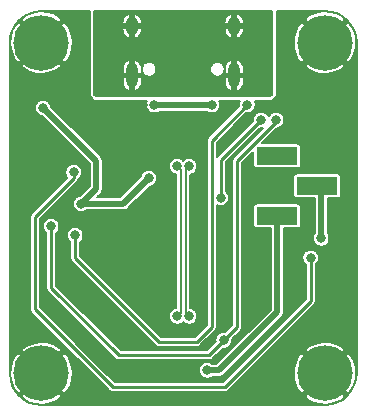
<source format=gbr>
G04 #@! TF.GenerationSoftware,KiCad,Pcbnew,(5.1.5)-3*
G04 #@! TF.CreationDate,2020-04-27T23:25:01+02:00*
G04 #@! TF.ProjectId,unified-usb-pcb_batt,756e6966-6965-4642-9d75-73622d706362,rev?*
G04 #@! TF.SameCoordinates,Original*
G04 #@! TF.FileFunction,Copper,L2,Bot*
G04 #@! TF.FilePolarity,Positive*
%FSLAX46Y46*%
G04 Gerber Fmt 4.6, Leading zero omitted, Abs format (unit mm)*
G04 Created by KiCad (PCBNEW (5.1.5)-3) date 2020-04-27 23:25:01*
%MOMM*%
%LPD*%
G04 APERTURE LIST*
%ADD10O,1.000000X2.100000*%
%ADD11O,1.000000X1.600000*%
%ADD12C,4.700000*%
%ADD13R,3.500000X1.500000*%
%ADD14C,0.800000*%
%ADD15C,0.254000*%
%ADD16C,0.508000*%
%ADD17C,0.190500*%
G04 APERTURE END LIST*
D10*
X26439400Y-25068000D03*
X35079400Y-25068000D03*
D11*
X35079400Y-20888000D03*
X26439400Y-20888000D03*
D12*
X42759400Y-50288000D03*
X18759400Y-50288000D03*
X42759400Y-22288000D03*
X18759400Y-22288000D03*
D13*
X38711400Y-36957000D03*
X42111400Y-34417000D03*
X38711400Y-31877000D03*
D14*
X17932400Y-33020000D03*
X18948400Y-33020000D03*
X19964400Y-33020000D03*
X19964400Y-34290000D03*
X17932400Y-34290000D03*
X18948400Y-34290000D03*
X27319332Y-27558673D03*
X34199111Y-27548412D03*
X24663400Y-45847000D03*
X29108400Y-40513000D03*
X29108400Y-43307000D03*
X32156400Y-40513000D03*
X32156400Y-43307000D03*
X31902400Y-33909000D03*
X29489400Y-33909000D03*
X37363400Y-39243000D03*
X44221400Y-38989000D03*
X44221400Y-44450000D03*
X30695900Y-52197000D03*
X17043400Y-44323000D03*
X17043400Y-39497000D03*
X37871400Y-33528000D03*
X27330400Y-28702000D03*
X35077400Y-27559000D03*
X26314400Y-40513000D03*
X26314400Y-43307000D03*
X21234400Y-42291000D03*
X22504400Y-24955500D03*
X32791396Y-50038000D03*
X37363400Y-28829000D03*
X22123400Y-35941000D03*
X27838400Y-33782000D03*
X33934386Y-35433000D03*
X18884900Y-27813000D03*
X33209400Y-27588000D03*
X28309400Y-27588000D03*
X31261000Y-32766000D03*
X31261000Y-45466000D03*
X30257800Y-32766000D03*
X30257800Y-45466000D03*
X29997400Y-23241000D03*
X23583900Y-23876000D03*
X38633400Y-28829000D03*
X19583400Y-37846000D03*
X34188400Y-47497988D03*
X41554400Y-40513000D03*
X21488400Y-33274000D03*
X21615400Y-38608000D03*
X36195006Y-27559000D03*
X42443400Y-38862000D03*
D15*
X34199111Y-27548412D02*
X34199111Y-27515809D01*
D16*
X33807400Y-50038000D02*
X32791396Y-50038000D01*
X38711400Y-45134000D02*
X33807400Y-50038000D01*
X38711400Y-36957000D02*
X38711400Y-45134000D01*
X25679400Y-35941000D02*
X22123400Y-35941000D01*
X27838400Y-33782000D02*
X25679400Y-35941000D01*
D15*
X33934386Y-32258014D02*
X33934386Y-35433000D01*
X37363400Y-28829000D02*
X33934386Y-32258014D01*
D16*
X23393400Y-34671000D02*
X23393400Y-32321500D01*
X23393400Y-32321500D02*
X18884900Y-27813000D01*
X22123400Y-35941000D02*
X23393400Y-34671000D01*
X28309400Y-27588000D02*
X33209400Y-27588000D01*
D17*
X30956250Y-45161250D02*
X31261000Y-45466000D01*
X30956250Y-33070750D02*
X30956250Y-45161250D01*
X31261000Y-32766000D02*
X30956250Y-33070750D01*
X30562550Y-33070750D02*
X30562550Y-45161250D01*
X30257800Y-32766000D02*
X30562550Y-33070750D01*
X30562550Y-45161250D02*
X30257800Y-45466000D01*
D15*
X25298400Y-48768000D02*
X32918388Y-48768000D01*
X32918388Y-48768000D02*
X34188400Y-47497988D01*
X19583400Y-37846000D02*
X19583400Y-43053000D01*
X19583400Y-43053000D02*
X25298400Y-48768000D01*
X35331400Y-46354988D02*
X34188400Y-47497988D01*
X35331400Y-32285813D02*
X35331400Y-46354988D01*
X38633400Y-28829000D02*
X38633400Y-28983813D01*
X38633400Y-28983813D02*
X35331400Y-32285813D01*
X18186400Y-37084000D02*
X21488400Y-33782000D01*
X21488400Y-33782000D02*
X21488400Y-33274000D01*
X24790400Y-51435000D02*
X18186400Y-44831000D01*
X41554400Y-40513000D02*
X41554400Y-44196000D01*
X41554400Y-44196000D02*
X34315400Y-51435000D01*
X34315400Y-51435000D02*
X24790400Y-51435000D01*
X18186400Y-44831000D02*
X18186400Y-37084000D01*
X21615400Y-40513000D02*
X28727400Y-47625000D01*
X28727400Y-47625000D02*
X31902400Y-47625000D01*
X33172400Y-30581606D02*
X36195006Y-27559000D01*
X31902400Y-47625000D02*
X33172400Y-46355000D01*
X21615400Y-38608000D02*
X21615400Y-40513000D01*
X33172400Y-46355000D02*
X33172400Y-30581606D01*
D16*
X42111400Y-34417000D02*
X42570400Y-34876000D01*
X42111400Y-34417000D02*
X42443400Y-34749000D01*
X42443400Y-34749000D02*
X42443400Y-38862000D01*
D17*
G36*
X22840950Y-26720800D02*
G01*
X22846685Y-26779025D01*
X22863668Y-26835012D01*
X22891248Y-26886610D01*
X22928364Y-26931836D01*
X23131564Y-27135036D01*
X23176790Y-27172152D01*
X23228388Y-27199732D01*
X23284375Y-27216715D01*
X23342600Y-27222450D01*
X27713633Y-27222450D01*
X27690441Y-27257160D01*
X27637791Y-27384270D01*
X27610950Y-27519209D01*
X27610950Y-27656791D01*
X27637791Y-27791730D01*
X27690441Y-27918840D01*
X27766878Y-28033236D01*
X27864164Y-28130522D01*
X27978560Y-28206959D01*
X28105670Y-28259609D01*
X28240609Y-28286450D01*
X28378191Y-28286450D01*
X28513130Y-28259609D01*
X28640240Y-28206959D01*
X28739778Y-28140450D01*
X32779022Y-28140450D01*
X32878560Y-28206959D01*
X33005670Y-28259609D01*
X33140609Y-28286450D01*
X33278191Y-28286450D01*
X33413130Y-28259609D01*
X33540240Y-28206959D01*
X33654636Y-28130522D01*
X33751922Y-28033236D01*
X33828359Y-27918840D01*
X33881009Y-27791730D01*
X33907850Y-27656791D01*
X33907850Y-27519209D01*
X33881009Y-27384270D01*
X33828359Y-27257160D01*
X33805167Y-27222450D01*
X35579862Y-27222450D01*
X35576047Y-27228160D01*
X35523397Y-27355270D01*
X35496556Y-27490209D01*
X35496556Y-27627791D01*
X35501198Y-27651130D01*
X32886340Y-30265990D01*
X32870107Y-30279312D01*
X32856786Y-30295544D01*
X32816940Y-30344096D01*
X32777435Y-30418006D01*
X32753107Y-30498204D01*
X32744892Y-30581606D01*
X32746951Y-30602510D01*
X32746950Y-46178772D01*
X31726174Y-47199550D01*
X28903627Y-47199550D01*
X22040850Y-40336774D01*
X22040850Y-39163743D01*
X22060636Y-39150522D01*
X22157922Y-39053236D01*
X22234359Y-38938840D01*
X22287009Y-38811730D01*
X22313850Y-38676791D01*
X22313850Y-38539209D01*
X22287009Y-38404270D01*
X22234359Y-38277160D01*
X22157922Y-38162764D01*
X22060636Y-38065478D01*
X21946240Y-37989041D01*
X21819130Y-37936391D01*
X21684191Y-37909550D01*
X21546609Y-37909550D01*
X21411670Y-37936391D01*
X21284560Y-37989041D01*
X21170164Y-38065478D01*
X21072878Y-38162764D01*
X20996441Y-38277160D01*
X20943791Y-38404270D01*
X20916950Y-38539209D01*
X20916950Y-38676791D01*
X20943791Y-38811730D01*
X20996441Y-38938840D01*
X21072878Y-39053236D01*
X21170164Y-39150522D01*
X21189950Y-39163743D01*
X21189951Y-40492096D01*
X21187892Y-40513000D01*
X21194668Y-40581791D01*
X21196107Y-40596403D01*
X21220435Y-40676600D01*
X21259941Y-40750511D01*
X21313107Y-40815294D01*
X21329340Y-40828616D01*
X28411784Y-47911061D01*
X28425106Y-47927294D01*
X28489889Y-47980460D01*
X28563800Y-48019966D01*
X28643997Y-48044294D01*
X28706504Y-48050450D01*
X28706506Y-48050450D01*
X28727400Y-48052508D01*
X28748294Y-48050450D01*
X31881506Y-48050450D01*
X31902400Y-48052508D01*
X31923294Y-48050450D01*
X31923296Y-48050450D01*
X31985803Y-48044294D01*
X32066000Y-48019966D01*
X32139911Y-47980460D01*
X32204694Y-47927294D01*
X32218021Y-47911055D01*
X33458467Y-46670611D01*
X33474694Y-46657294D01*
X33488025Y-46641051D01*
X33527860Y-46592511D01*
X33567365Y-46518601D01*
X33567366Y-46518600D01*
X33591694Y-46438403D01*
X33597850Y-46375896D01*
X33597850Y-46375895D01*
X33599908Y-46355001D01*
X33597850Y-46334107D01*
X33597850Y-36048153D01*
X33603546Y-36051959D01*
X33730656Y-36104609D01*
X33865595Y-36131450D01*
X34003177Y-36131450D01*
X34138116Y-36104609D01*
X34265226Y-36051959D01*
X34379622Y-35975522D01*
X34476908Y-35878236D01*
X34553345Y-35763840D01*
X34605995Y-35636730D01*
X34632836Y-35501791D01*
X34632836Y-35364209D01*
X34605995Y-35229270D01*
X34553345Y-35102160D01*
X34476908Y-34987764D01*
X34379622Y-34890478D01*
X34359836Y-34877257D01*
X34359836Y-32434240D01*
X37271269Y-29522807D01*
X37294609Y-29527450D01*
X37432191Y-29527450D01*
X37501964Y-29513571D01*
X35045345Y-31970192D01*
X35029106Y-31983519D01*
X34975940Y-32048303D01*
X34936434Y-32122214D01*
X34912106Y-32202411D01*
X34908688Y-32237118D01*
X34903892Y-32285813D01*
X34905950Y-32306707D01*
X34905951Y-46178760D01*
X34280531Y-46804181D01*
X34257191Y-46799538D01*
X34119609Y-46799538D01*
X33984670Y-46826379D01*
X33857560Y-46879029D01*
X33743164Y-46955466D01*
X33645878Y-47052752D01*
X33569441Y-47167148D01*
X33516791Y-47294258D01*
X33489950Y-47429197D01*
X33489950Y-47566779D01*
X33494592Y-47590118D01*
X32742162Y-48342550D01*
X25474627Y-48342550D01*
X20008850Y-42876774D01*
X20008850Y-38401743D01*
X20028636Y-38388522D01*
X20125922Y-38291236D01*
X20202359Y-38176840D01*
X20255009Y-38049730D01*
X20281850Y-37914791D01*
X20281850Y-37777209D01*
X20255009Y-37642270D01*
X20202359Y-37515160D01*
X20125922Y-37400764D01*
X20028636Y-37303478D01*
X19914240Y-37227041D01*
X19787130Y-37174391D01*
X19652191Y-37147550D01*
X19514609Y-37147550D01*
X19379670Y-37174391D01*
X19252560Y-37227041D01*
X19138164Y-37303478D01*
X19040878Y-37400764D01*
X18964441Y-37515160D01*
X18911791Y-37642270D01*
X18884950Y-37777209D01*
X18884950Y-37914791D01*
X18911791Y-38049730D01*
X18964441Y-38176840D01*
X19040878Y-38291236D01*
X19138164Y-38388522D01*
X19157950Y-38401743D01*
X19157951Y-43032096D01*
X19155892Y-43053000D01*
X19163407Y-43129300D01*
X19164107Y-43136403D01*
X19188435Y-43216600D01*
X19227941Y-43290511D01*
X19281107Y-43355294D01*
X19297340Y-43368616D01*
X24982784Y-49054061D01*
X24996106Y-49070294D01*
X25060889Y-49123460D01*
X25134799Y-49162966D01*
X25214997Y-49187294D01*
X25298400Y-49195508D01*
X25319296Y-49193450D01*
X32897494Y-49193450D01*
X32918388Y-49195508D01*
X32939282Y-49193450D01*
X32939284Y-49193450D01*
X33001791Y-49187294D01*
X33081988Y-49162966D01*
X33155899Y-49123460D01*
X33220682Y-49070294D01*
X33234009Y-49054055D01*
X34096270Y-48191796D01*
X34119609Y-48196438D01*
X34257191Y-48196438D01*
X34392130Y-48169597D01*
X34519240Y-48116947D01*
X34633636Y-48040510D01*
X34730922Y-47943224D01*
X34807359Y-47828828D01*
X34860009Y-47701718D01*
X34886850Y-47566779D01*
X34886850Y-47429197D01*
X34882207Y-47405857D01*
X35617460Y-46670605D01*
X35633694Y-46657282D01*
X35686860Y-46592499D01*
X35726366Y-46518588D01*
X35750694Y-46438391D01*
X35756850Y-46375884D01*
X35756850Y-46375883D01*
X35758908Y-46354989D01*
X35756850Y-46334095D01*
X35756850Y-33667000D01*
X40061506Y-33667000D01*
X40061506Y-35167000D01*
X40067268Y-35225506D01*
X40084334Y-35281764D01*
X40112047Y-35333612D01*
X40149343Y-35379057D01*
X40194788Y-35416353D01*
X40246636Y-35444066D01*
X40302894Y-35461132D01*
X40361400Y-35466894D01*
X41890950Y-35466894D01*
X41890951Y-38431621D01*
X41824441Y-38531160D01*
X41771791Y-38658270D01*
X41744950Y-38793209D01*
X41744950Y-38930791D01*
X41771791Y-39065730D01*
X41824441Y-39192840D01*
X41900878Y-39307236D01*
X41998164Y-39404522D01*
X42112560Y-39480959D01*
X42239670Y-39533609D01*
X42374609Y-39560450D01*
X42512191Y-39560450D01*
X42647130Y-39533609D01*
X42774240Y-39480959D01*
X42888636Y-39404522D01*
X42985922Y-39307236D01*
X43062359Y-39192840D01*
X43115009Y-39065730D01*
X43141850Y-38930791D01*
X43141850Y-38793209D01*
X43115009Y-38658270D01*
X43062359Y-38531160D01*
X42995850Y-38431622D01*
X42995850Y-35466894D01*
X43861400Y-35466894D01*
X43919906Y-35461132D01*
X43976164Y-35444066D01*
X44028012Y-35416353D01*
X44073457Y-35379057D01*
X44110753Y-35333612D01*
X44138466Y-35281764D01*
X44155532Y-35225506D01*
X44161294Y-35167000D01*
X44161294Y-33667000D01*
X44155532Y-33608494D01*
X44138466Y-33552236D01*
X44110753Y-33500388D01*
X44073457Y-33454943D01*
X44028012Y-33417647D01*
X43976164Y-33389934D01*
X43919906Y-33372868D01*
X43861400Y-33367106D01*
X40361400Y-33367106D01*
X40302894Y-33372868D01*
X40246636Y-33389934D01*
X40194788Y-33417647D01*
X40149343Y-33454943D01*
X40112047Y-33500388D01*
X40084334Y-33552236D01*
X40067268Y-33608494D01*
X40061506Y-33667000D01*
X35756850Y-33667000D01*
X35756850Y-32462039D01*
X36661506Y-31557384D01*
X36661506Y-32627000D01*
X36667268Y-32685506D01*
X36684334Y-32741764D01*
X36712047Y-32793612D01*
X36749343Y-32839057D01*
X36794788Y-32876353D01*
X36846636Y-32904066D01*
X36902894Y-32921132D01*
X36961400Y-32926894D01*
X40461400Y-32926894D01*
X40519906Y-32921132D01*
X40576164Y-32904066D01*
X40628012Y-32876353D01*
X40673457Y-32839057D01*
X40710753Y-32793612D01*
X40738466Y-32741764D01*
X40755532Y-32685506D01*
X40761294Y-32627000D01*
X40761294Y-31127000D01*
X40755532Y-31068494D01*
X40738466Y-31012236D01*
X40710753Y-30960388D01*
X40673457Y-30914943D01*
X40628012Y-30877647D01*
X40576164Y-30849934D01*
X40519906Y-30832868D01*
X40461400Y-30827106D01*
X37391784Y-30827106D01*
X38691441Y-29527450D01*
X38702191Y-29527450D01*
X38837130Y-29500609D01*
X38964240Y-29447959D01*
X39078636Y-29371522D01*
X39175922Y-29274236D01*
X39252359Y-29159840D01*
X39305009Y-29032730D01*
X39331850Y-28897791D01*
X39331850Y-28760209D01*
X39305009Y-28625270D01*
X39252359Y-28498160D01*
X39175922Y-28383764D01*
X39078636Y-28286478D01*
X38964240Y-28210041D01*
X38837130Y-28157391D01*
X38702191Y-28130550D01*
X38564609Y-28130550D01*
X38429670Y-28157391D01*
X38302560Y-28210041D01*
X38188164Y-28286478D01*
X38090878Y-28383764D01*
X38014441Y-28498160D01*
X37998400Y-28536887D01*
X37982359Y-28498160D01*
X37905922Y-28383764D01*
X37808636Y-28286478D01*
X37694240Y-28210041D01*
X37567130Y-28157391D01*
X37432191Y-28130550D01*
X37294609Y-28130550D01*
X37159670Y-28157391D01*
X37032560Y-28210041D01*
X36918164Y-28286478D01*
X36820878Y-28383764D01*
X36744441Y-28498160D01*
X36691791Y-28625270D01*
X36664950Y-28760209D01*
X36664950Y-28897791D01*
X36669593Y-28921131D01*
X33648331Y-31942393D01*
X33632092Y-31955720D01*
X33597850Y-31997445D01*
X33597850Y-30757832D01*
X36102876Y-28252808D01*
X36126215Y-28257450D01*
X36263797Y-28257450D01*
X36398736Y-28230609D01*
X36525846Y-28177959D01*
X36640242Y-28101522D01*
X36737528Y-28004236D01*
X36813965Y-27889840D01*
X36866615Y-27762730D01*
X36893456Y-27627791D01*
X36893456Y-27490209D01*
X36866615Y-27355270D01*
X36813965Y-27228160D01*
X36810150Y-27222450D01*
X38176200Y-27222450D01*
X38234425Y-27216715D01*
X38290412Y-27199732D01*
X38342010Y-27172152D01*
X38387236Y-27135036D01*
X38590436Y-26931836D01*
X38627552Y-26886610D01*
X38655132Y-26835012D01*
X38672115Y-26779025D01*
X38677850Y-26720800D01*
X38677850Y-24225845D01*
X41046061Y-24225845D01*
X41326365Y-24530486D01*
X41791387Y-24766969D01*
X42293610Y-24908186D01*
X42813733Y-24948711D01*
X43331768Y-24886986D01*
X43827808Y-24725384D01*
X44192435Y-24530486D01*
X44472739Y-24225845D01*
X42759400Y-22512506D01*
X41046061Y-24225845D01*
X38677850Y-24225845D01*
X38677850Y-22342333D01*
X40098689Y-22342333D01*
X40160414Y-22860368D01*
X40322016Y-23356408D01*
X40516914Y-23721035D01*
X40821555Y-24001339D01*
X42534894Y-22288000D01*
X42983906Y-22288000D01*
X44697245Y-24001339D01*
X45001886Y-23721035D01*
X45238369Y-23256013D01*
X45379586Y-22753790D01*
X45420111Y-22233667D01*
X45358386Y-21715632D01*
X45196784Y-21219592D01*
X45001886Y-20854965D01*
X44697245Y-20574661D01*
X42983906Y-22288000D01*
X42534894Y-22288000D01*
X40821555Y-20574661D01*
X40516914Y-20854965D01*
X40280431Y-21319987D01*
X40139214Y-21822210D01*
X40098689Y-22342333D01*
X38677850Y-22342333D01*
X38677850Y-20350155D01*
X41046061Y-20350155D01*
X42759400Y-22063494D01*
X44472739Y-20350155D01*
X44192435Y-20045514D01*
X43727413Y-19809031D01*
X43225190Y-19667814D01*
X42705067Y-19627289D01*
X42187032Y-19689014D01*
X41690992Y-19850616D01*
X41326365Y-20045514D01*
X41046061Y-20350155D01*
X38677850Y-20350155D01*
X38677850Y-19611450D01*
X42743584Y-19611450D01*
X43278976Y-19663946D01*
X43778761Y-19814840D01*
X44239722Y-20059937D01*
X44644298Y-20389901D01*
X44977073Y-20792157D01*
X45225382Y-21251396D01*
X45379763Y-21750119D01*
X45435936Y-22284568D01*
X45435951Y-22288840D01*
X45435950Y-50272184D01*
X45383454Y-50807575D01*
X45232559Y-51307363D01*
X44987462Y-51768325D01*
X44657499Y-52172898D01*
X44255240Y-52505676D01*
X43796004Y-52753982D01*
X43297282Y-52908363D01*
X42762831Y-52964536D01*
X42758847Y-52964550D01*
X18775216Y-52964550D01*
X18239825Y-52912054D01*
X17740037Y-52761159D01*
X17279075Y-52516062D01*
X16923236Y-52225845D01*
X17046061Y-52225845D01*
X17326365Y-52530486D01*
X17791387Y-52766969D01*
X18293610Y-52908186D01*
X18813733Y-52948711D01*
X19331768Y-52886986D01*
X19827808Y-52725384D01*
X20192435Y-52530486D01*
X20472739Y-52225845D01*
X41046061Y-52225845D01*
X41326365Y-52530486D01*
X41791387Y-52766969D01*
X42293610Y-52908186D01*
X42813733Y-52948711D01*
X43331768Y-52886986D01*
X43827808Y-52725384D01*
X44192435Y-52530486D01*
X44472739Y-52225845D01*
X42759400Y-50512506D01*
X41046061Y-52225845D01*
X20472739Y-52225845D01*
X18759400Y-50512506D01*
X17046061Y-52225845D01*
X16923236Y-52225845D01*
X16874502Y-52186099D01*
X16541724Y-51783840D01*
X16293418Y-51324604D01*
X16139037Y-50825882D01*
X16088215Y-50342333D01*
X16098689Y-50342333D01*
X16160414Y-50860368D01*
X16322016Y-51356408D01*
X16516914Y-51721035D01*
X16821555Y-52001339D01*
X18534894Y-50288000D01*
X18983906Y-50288000D01*
X20697245Y-52001339D01*
X21001886Y-51721035D01*
X21238369Y-51256013D01*
X21379586Y-50753790D01*
X21420111Y-50233667D01*
X21358386Y-49715632D01*
X21196784Y-49219592D01*
X21001886Y-48854965D01*
X20697245Y-48574661D01*
X18983906Y-50288000D01*
X18534894Y-50288000D01*
X16821555Y-48574661D01*
X16516914Y-48854965D01*
X16280431Y-49319987D01*
X16139214Y-49822210D01*
X16098689Y-50342333D01*
X16088215Y-50342333D01*
X16082864Y-50291431D01*
X16082850Y-50287447D01*
X16082850Y-48350155D01*
X17046061Y-48350155D01*
X18759400Y-50063494D01*
X20472739Y-48350155D01*
X20192435Y-48045514D01*
X19727413Y-47809031D01*
X19225190Y-47667814D01*
X18705067Y-47627289D01*
X18187032Y-47689014D01*
X17690992Y-47850616D01*
X17326365Y-48045514D01*
X17046061Y-48350155D01*
X16082850Y-48350155D01*
X16082850Y-37084000D01*
X17758892Y-37084000D01*
X17760951Y-37104904D01*
X17760950Y-44810106D01*
X17758892Y-44831000D01*
X17760950Y-44851894D01*
X17760950Y-44851895D01*
X17767106Y-44914402D01*
X17791434Y-44994599D01*
X17830940Y-45068510D01*
X17884106Y-45133294D01*
X17900345Y-45146621D01*
X24474788Y-51721066D01*
X24488106Y-51737294D01*
X24504334Y-51750612D01*
X24504336Y-51750614D01*
X24552888Y-51790460D01*
X24592394Y-51811576D01*
X24626800Y-51829966D01*
X24706997Y-51854294D01*
X24769504Y-51860450D01*
X24769505Y-51860450D01*
X24790399Y-51862508D01*
X24811293Y-51860450D01*
X34294506Y-51860450D01*
X34315400Y-51862508D01*
X34336294Y-51860450D01*
X34336296Y-51860450D01*
X34398803Y-51854294D01*
X34479000Y-51829966D01*
X34552911Y-51790460D01*
X34617694Y-51737294D01*
X34631021Y-51721055D01*
X36009743Y-50342333D01*
X40098689Y-50342333D01*
X40160414Y-50860368D01*
X40322016Y-51356408D01*
X40516914Y-51721035D01*
X40821555Y-52001339D01*
X42534894Y-50288000D01*
X42983906Y-50288000D01*
X44697245Y-52001339D01*
X45001886Y-51721035D01*
X45238369Y-51256013D01*
X45379586Y-50753790D01*
X45420111Y-50233667D01*
X45358386Y-49715632D01*
X45196784Y-49219592D01*
X45001886Y-48854965D01*
X44697245Y-48574661D01*
X42983906Y-50288000D01*
X42534894Y-50288000D01*
X40821555Y-48574661D01*
X40516914Y-48854965D01*
X40280431Y-49319987D01*
X40139214Y-49822210D01*
X40098689Y-50342333D01*
X36009743Y-50342333D01*
X38001921Y-48350155D01*
X41046061Y-48350155D01*
X42759400Y-50063494D01*
X44472739Y-48350155D01*
X44192435Y-48045514D01*
X43727413Y-47809031D01*
X43225190Y-47667814D01*
X42705067Y-47627289D01*
X42187032Y-47689014D01*
X41690992Y-47850616D01*
X41326365Y-48045514D01*
X41046061Y-48350155D01*
X38001921Y-48350155D01*
X41840461Y-44511616D01*
X41856694Y-44498294D01*
X41909860Y-44433511D01*
X41949366Y-44359600D01*
X41973694Y-44279403D01*
X41979850Y-44216896D01*
X41979850Y-44216894D01*
X41981908Y-44196000D01*
X41979850Y-44175106D01*
X41979850Y-41068743D01*
X41999636Y-41055522D01*
X42096922Y-40958236D01*
X42173359Y-40843840D01*
X42226009Y-40716730D01*
X42252850Y-40581791D01*
X42252850Y-40444209D01*
X42226009Y-40309270D01*
X42173359Y-40182160D01*
X42096922Y-40067764D01*
X41999636Y-39970478D01*
X41885240Y-39894041D01*
X41758130Y-39841391D01*
X41623191Y-39814550D01*
X41485609Y-39814550D01*
X41350670Y-39841391D01*
X41223560Y-39894041D01*
X41109164Y-39970478D01*
X41011878Y-40067764D01*
X40935441Y-40182160D01*
X40882791Y-40309270D01*
X40855950Y-40444209D01*
X40855950Y-40581791D01*
X40882791Y-40716730D01*
X40935441Y-40843840D01*
X41011878Y-40958236D01*
X41109164Y-41055522D01*
X41128950Y-41068743D01*
X41128951Y-44019772D01*
X34139174Y-51009550D01*
X24966628Y-51009550D01*
X23926287Y-49969209D01*
X32092946Y-49969209D01*
X32092946Y-50106791D01*
X32119787Y-50241730D01*
X32172437Y-50368840D01*
X32248874Y-50483236D01*
X32346160Y-50580522D01*
X32460556Y-50656959D01*
X32587666Y-50709609D01*
X32722605Y-50736450D01*
X32860187Y-50736450D01*
X32995126Y-50709609D01*
X33122236Y-50656959D01*
X33221774Y-50590450D01*
X33780269Y-50590450D01*
X33807400Y-50593122D01*
X33834531Y-50590450D01*
X33834538Y-50590450D01*
X33915699Y-50582456D01*
X34019836Y-50550867D01*
X34115810Y-50499568D01*
X34199931Y-50430531D01*
X34217236Y-50409445D01*
X39082851Y-45543831D01*
X39103931Y-45526531D01*
X39172968Y-45442410D01*
X39224267Y-45346436D01*
X39254668Y-45246215D01*
X39255856Y-45242300D01*
X39259896Y-45201282D01*
X39263850Y-45161138D01*
X39263850Y-45161132D01*
X39266522Y-45134001D01*
X39263850Y-45106870D01*
X39263850Y-38006894D01*
X40461400Y-38006894D01*
X40519906Y-38001132D01*
X40576164Y-37984066D01*
X40628012Y-37956353D01*
X40673457Y-37919057D01*
X40710753Y-37873612D01*
X40738466Y-37821764D01*
X40755532Y-37765506D01*
X40761294Y-37707000D01*
X40761294Y-36207000D01*
X40755532Y-36148494D01*
X40738466Y-36092236D01*
X40710753Y-36040388D01*
X40673457Y-35994943D01*
X40628012Y-35957647D01*
X40576164Y-35929934D01*
X40519906Y-35912868D01*
X40461400Y-35907106D01*
X36961400Y-35907106D01*
X36902894Y-35912868D01*
X36846636Y-35929934D01*
X36794788Y-35957647D01*
X36749343Y-35994943D01*
X36712047Y-36040388D01*
X36684334Y-36092236D01*
X36667268Y-36148494D01*
X36661506Y-36207000D01*
X36661506Y-37707000D01*
X36667268Y-37765506D01*
X36684334Y-37821764D01*
X36712047Y-37873612D01*
X36749343Y-37919057D01*
X36794788Y-37956353D01*
X36846636Y-37984066D01*
X36902894Y-38001132D01*
X36961400Y-38006894D01*
X38158950Y-38006894D01*
X38158951Y-44905167D01*
X33578569Y-49485550D01*
X33221774Y-49485550D01*
X33122236Y-49419041D01*
X32995126Y-49366391D01*
X32860187Y-49339550D01*
X32722605Y-49339550D01*
X32587666Y-49366391D01*
X32460556Y-49419041D01*
X32346160Y-49495478D01*
X32248874Y-49592764D01*
X32172437Y-49707160D01*
X32119787Y-49834270D01*
X32092946Y-49969209D01*
X23926287Y-49969209D01*
X18611850Y-44654774D01*
X18611850Y-37260226D01*
X21774467Y-34097611D01*
X21790694Y-34084294D01*
X21843860Y-34019511D01*
X21883366Y-33945600D01*
X21907694Y-33865403D01*
X21911020Y-33831634D01*
X21933636Y-33816522D01*
X22030922Y-33719236D01*
X22107359Y-33604840D01*
X22160009Y-33477730D01*
X22186850Y-33342791D01*
X22186850Y-33205209D01*
X22160009Y-33070270D01*
X22107359Y-32943160D01*
X22030922Y-32828764D01*
X21933636Y-32731478D01*
X21819240Y-32655041D01*
X21692130Y-32602391D01*
X21557191Y-32575550D01*
X21419609Y-32575550D01*
X21284670Y-32602391D01*
X21157560Y-32655041D01*
X21043164Y-32731478D01*
X20945878Y-32828764D01*
X20869441Y-32943160D01*
X20816791Y-33070270D01*
X20789950Y-33205209D01*
X20789950Y-33342791D01*
X20816791Y-33477730D01*
X20869441Y-33604840D01*
X20945878Y-33719236D01*
X20947682Y-33721040D01*
X17900340Y-36768384D01*
X17884107Y-36781706D01*
X17870786Y-36797938D01*
X17830940Y-36846490D01*
X17791435Y-36920400D01*
X17767107Y-37000598D01*
X17758892Y-37084000D01*
X16082850Y-37084000D01*
X16082850Y-27744209D01*
X18186450Y-27744209D01*
X18186450Y-27881791D01*
X18213291Y-28016730D01*
X18265941Y-28143840D01*
X18342378Y-28258236D01*
X18439664Y-28355522D01*
X18554060Y-28431959D01*
X18681170Y-28484609D01*
X18798583Y-28507964D01*
X22840951Y-32550333D01*
X22840950Y-34442168D01*
X22037083Y-35246036D01*
X21919670Y-35269391D01*
X21792560Y-35322041D01*
X21678164Y-35398478D01*
X21580878Y-35495764D01*
X21504441Y-35610160D01*
X21451791Y-35737270D01*
X21424950Y-35872209D01*
X21424950Y-36009791D01*
X21451791Y-36144730D01*
X21504441Y-36271840D01*
X21580878Y-36386236D01*
X21678164Y-36483522D01*
X21792560Y-36559959D01*
X21919670Y-36612609D01*
X22054609Y-36639450D01*
X22192191Y-36639450D01*
X22327130Y-36612609D01*
X22454240Y-36559959D01*
X22553778Y-36493450D01*
X25652269Y-36493450D01*
X25679400Y-36496122D01*
X25706531Y-36493450D01*
X25706538Y-36493450D01*
X25787699Y-36485456D01*
X25891836Y-36453867D01*
X25987810Y-36402568D01*
X26071931Y-36333531D01*
X26089236Y-36312445D01*
X27924718Y-34476964D01*
X28042130Y-34453609D01*
X28169240Y-34400959D01*
X28283636Y-34324522D01*
X28380922Y-34227236D01*
X28457359Y-34112840D01*
X28510009Y-33985730D01*
X28536850Y-33850791D01*
X28536850Y-33713209D01*
X28510009Y-33578270D01*
X28457359Y-33451160D01*
X28380922Y-33336764D01*
X28283636Y-33239478D01*
X28169240Y-33163041D01*
X28042130Y-33110391D01*
X27907191Y-33083550D01*
X27769609Y-33083550D01*
X27634670Y-33110391D01*
X27507560Y-33163041D01*
X27393164Y-33239478D01*
X27295878Y-33336764D01*
X27219441Y-33451160D01*
X27166791Y-33578270D01*
X27143436Y-33695682D01*
X25450569Y-35388550D01*
X23457132Y-35388550D01*
X23764850Y-35080832D01*
X23785931Y-35063531D01*
X23854968Y-34979410D01*
X23906267Y-34883436D01*
X23937856Y-34779299D01*
X23945850Y-34698138D01*
X23945850Y-34698132D01*
X23948522Y-34671001D01*
X23945850Y-34643870D01*
X23945850Y-32697209D01*
X29559350Y-32697209D01*
X29559350Y-32834791D01*
X29586191Y-32969730D01*
X29638841Y-33096840D01*
X29715278Y-33211236D01*
X29812564Y-33308522D01*
X29926960Y-33384959D01*
X30054070Y-33437609D01*
X30168850Y-33460440D01*
X30168851Y-44771560D01*
X30054070Y-44794391D01*
X29926960Y-44847041D01*
X29812564Y-44923478D01*
X29715278Y-45020764D01*
X29638841Y-45135160D01*
X29586191Y-45262270D01*
X29559350Y-45397209D01*
X29559350Y-45534791D01*
X29586191Y-45669730D01*
X29638841Y-45796840D01*
X29715278Y-45911236D01*
X29812564Y-46008522D01*
X29926960Y-46084959D01*
X30054070Y-46137609D01*
X30189009Y-46164450D01*
X30326591Y-46164450D01*
X30461530Y-46137609D01*
X30588640Y-46084959D01*
X30703036Y-46008522D01*
X30759400Y-45952158D01*
X30815764Y-46008522D01*
X30930160Y-46084959D01*
X31057270Y-46137609D01*
X31192209Y-46164450D01*
X31329791Y-46164450D01*
X31464730Y-46137609D01*
X31591840Y-46084959D01*
X31706236Y-46008522D01*
X31803522Y-45911236D01*
X31879959Y-45796840D01*
X31932609Y-45669730D01*
X31959450Y-45534791D01*
X31959450Y-45397209D01*
X31932609Y-45262270D01*
X31879959Y-45135160D01*
X31803522Y-45020764D01*
X31706236Y-44923478D01*
X31591840Y-44847041D01*
X31464730Y-44794391D01*
X31349950Y-44771560D01*
X31349950Y-33460440D01*
X31464730Y-33437609D01*
X31591840Y-33384959D01*
X31706236Y-33308522D01*
X31803522Y-33211236D01*
X31879959Y-33096840D01*
X31932609Y-32969730D01*
X31959450Y-32834791D01*
X31959450Y-32697209D01*
X31932609Y-32562270D01*
X31879959Y-32435160D01*
X31803522Y-32320764D01*
X31706236Y-32223478D01*
X31591840Y-32147041D01*
X31464730Y-32094391D01*
X31329791Y-32067550D01*
X31192209Y-32067550D01*
X31057270Y-32094391D01*
X30930160Y-32147041D01*
X30815764Y-32223478D01*
X30759400Y-32279842D01*
X30703036Y-32223478D01*
X30588640Y-32147041D01*
X30461530Y-32094391D01*
X30326591Y-32067550D01*
X30189009Y-32067550D01*
X30054070Y-32094391D01*
X29926960Y-32147041D01*
X29812564Y-32223478D01*
X29715278Y-32320764D01*
X29638841Y-32435160D01*
X29586191Y-32562270D01*
X29559350Y-32697209D01*
X23945850Y-32697209D01*
X23945850Y-32348631D01*
X23948522Y-32321500D01*
X23945850Y-32294369D01*
X23945850Y-32294362D01*
X23937856Y-32213201D01*
X23906267Y-32109064D01*
X23854968Y-32013090D01*
X23785931Y-31928969D01*
X23764851Y-31911669D01*
X19579864Y-27726683D01*
X19556509Y-27609270D01*
X19503859Y-27482160D01*
X19427422Y-27367764D01*
X19330136Y-27270478D01*
X19215740Y-27194041D01*
X19088630Y-27141391D01*
X18953691Y-27114550D01*
X18816109Y-27114550D01*
X18681170Y-27141391D01*
X18554060Y-27194041D01*
X18439664Y-27270478D01*
X18342378Y-27367764D01*
X18265941Y-27482160D01*
X18213291Y-27609270D01*
X18186450Y-27744209D01*
X16082850Y-27744209D01*
X16082850Y-24225845D01*
X17046061Y-24225845D01*
X17326365Y-24530486D01*
X17791387Y-24766969D01*
X18293610Y-24908186D01*
X18813733Y-24948711D01*
X19331768Y-24886986D01*
X19827808Y-24725384D01*
X20192435Y-24530486D01*
X20472739Y-24225845D01*
X18759400Y-22512506D01*
X17046061Y-24225845D01*
X16082850Y-24225845D01*
X16082850Y-22342333D01*
X16098689Y-22342333D01*
X16160414Y-22860368D01*
X16322016Y-23356408D01*
X16516914Y-23721035D01*
X16821555Y-24001339D01*
X18534894Y-22288000D01*
X18983906Y-22288000D01*
X20697245Y-24001339D01*
X21001886Y-23721035D01*
X21238369Y-23256013D01*
X21379586Y-22753790D01*
X21420111Y-22233667D01*
X21358386Y-21715632D01*
X21196784Y-21219592D01*
X21001886Y-20854965D01*
X20697245Y-20574661D01*
X18983906Y-22288000D01*
X18534894Y-22288000D01*
X16821555Y-20574661D01*
X16516914Y-20854965D01*
X16280431Y-21319987D01*
X16139214Y-21822210D01*
X16098689Y-22342333D01*
X16082850Y-22342333D01*
X16082850Y-22303816D01*
X16135346Y-21768424D01*
X16286240Y-21268639D01*
X16531337Y-20807678D01*
X16861301Y-20403102D01*
X16925302Y-20350155D01*
X17046061Y-20350155D01*
X18759400Y-22063494D01*
X20472739Y-20350155D01*
X20192435Y-20045514D01*
X19727413Y-19809031D01*
X19225190Y-19667814D01*
X18705067Y-19627289D01*
X18187032Y-19689014D01*
X17690992Y-19850616D01*
X17326365Y-20045514D01*
X17046061Y-20350155D01*
X16925302Y-20350155D01*
X17263557Y-20070327D01*
X17722796Y-19822018D01*
X18221519Y-19667637D01*
X18755968Y-19611464D01*
X18759953Y-19611450D01*
X22840950Y-19611450D01*
X22840950Y-26720800D01*
G37*
X22840950Y-26720800D02*
X22846685Y-26779025D01*
X22863668Y-26835012D01*
X22891248Y-26886610D01*
X22928364Y-26931836D01*
X23131564Y-27135036D01*
X23176790Y-27172152D01*
X23228388Y-27199732D01*
X23284375Y-27216715D01*
X23342600Y-27222450D01*
X27713633Y-27222450D01*
X27690441Y-27257160D01*
X27637791Y-27384270D01*
X27610950Y-27519209D01*
X27610950Y-27656791D01*
X27637791Y-27791730D01*
X27690441Y-27918840D01*
X27766878Y-28033236D01*
X27864164Y-28130522D01*
X27978560Y-28206959D01*
X28105670Y-28259609D01*
X28240609Y-28286450D01*
X28378191Y-28286450D01*
X28513130Y-28259609D01*
X28640240Y-28206959D01*
X28739778Y-28140450D01*
X32779022Y-28140450D01*
X32878560Y-28206959D01*
X33005670Y-28259609D01*
X33140609Y-28286450D01*
X33278191Y-28286450D01*
X33413130Y-28259609D01*
X33540240Y-28206959D01*
X33654636Y-28130522D01*
X33751922Y-28033236D01*
X33828359Y-27918840D01*
X33881009Y-27791730D01*
X33907850Y-27656791D01*
X33907850Y-27519209D01*
X33881009Y-27384270D01*
X33828359Y-27257160D01*
X33805167Y-27222450D01*
X35579862Y-27222450D01*
X35576047Y-27228160D01*
X35523397Y-27355270D01*
X35496556Y-27490209D01*
X35496556Y-27627791D01*
X35501198Y-27651130D01*
X32886340Y-30265990D01*
X32870107Y-30279312D01*
X32856786Y-30295544D01*
X32816940Y-30344096D01*
X32777435Y-30418006D01*
X32753107Y-30498204D01*
X32744892Y-30581606D01*
X32746951Y-30602510D01*
X32746950Y-46178772D01*
X31726174Y-47199550D01*
X28903627Y-47199550D01*
X22040850Y-40336774D01*
X22040850Y-39163743D01*
X22060636Y-39150522D01*
X22157922Y-39053236D01*
X22234359Y-38938840D01*
X22287009Y-38811730D01*
X22313850Y-38676791D01*
X22313850Y-38539209D01*
X22287009Y-38404270D01*
X22234359Y-38277160D01*
X22157922Y-38162764D01*
X22060636Y-38065478D01*
X21946240Y-37989041D01*
X21819130Y-37936391D01*
X21684191Y-37909550D01*
X21546609Y-37909550D01*
X21411670Y-37936391D01*
X21284560Y-37989041D01*
X21170164Y-38065478D01*
X21072878Y-38162764D01*
X20996441Y-38277160D01*
X20943791Y-38404270D01*
X20916950Y-38539209D01*
X20916950Y-38676791D01*
X20943791Y-38811730D01*
X20996441Y-38938840D01*
X21072878Y-39053236D01*
X21170164Y-39150522D01*
X21189950Y-39163743D01*
X21189951Y-40492096D01*
X21187892Y-40513000D01*
X21194668Y-40581791D01*
X21196107Y-40596403D01*
X21220435Y-40676600D01*
X21259941Y-40750511D01*
X21313107Y-40815294D01*
X21329340Y-40828616D01*
X28411784Y-47911061D01*
X28425106Y-47927294D01*
X28489889Y-47980460D01*
X28563800Y-48019966D01*
X28643997Y-48044294D01*
X28706504Y-48050450D01*
X28706506Y-48050450D01*
X28727400Y-48052508D01*
X28748294Y-48050450D01*
X31881506Y-48050450D01*
X31902400Y-48052508D01*
X31923294Y-48050450D01*
X31923296Y-48050450D01*
X31985803Y-48044294D01*
X32066000Y-48019966D01*
X32139911Y-47980460D01*
X32204694Y-47927294D01*
X32218021Y-47911055D01*
X33458467Y-46670611D01*
X33474694Y-46657294D01*
X33488025Y-46641051D01*
X33527860Y-46592511D01*
X33567365Y-46518601D01*
X33567366Y-46518600D01*
X33591694Y-46438403D01*
X33597850Y-46375896D01*
X33597850Y-46375895D01*
X33599908Y-46355001D01*
X33597850Y-46334107D01*
X33597850Y-36048153D01*
X33603546Y-36051959D01*
X33730656Y-36104609D01*
X33865595Y-36131450D01*
X34003177Y-36131450D01*
X34138116Y-36104609D01*
X34265226Y-36051959D01*
X34379622Y-35975522D01*
X34476908Y-35878236D01*
X34553345Y-35763840D01*
X34605995Y-35636730D01*
X34632836Y-35501791D01*
X34632836Y-35364209D01*
X34605995Y-35229270D01*
X34553345Y-35102160D01*
X34476908Y-34987764D01*
X34379622Y-34890478D01*
X34359836Y-34877257D01*
X34359836Y-32434240D01*
X37271269Y-29522807D01*
X37294609Y-29527450D01*
X37432191Y-29527450D01*
X37501964Y-29513571D01*
X35045345Y-31970192D01*
X35029106Y-31983519D01*
X34975940Y-32048303D01*
X34936434Y-32122214D01*
X34912106Y-32202411D01*
X34908688Y-32237118D01*
X34903892Y-32285813D01*
X34905950Y-32306707D01*
X34905951Y-46178760D01*
X34280531Y-46804181D01*
X34257191Y-46799538D01*
X34119609Y-46799538D01*
X33984670Y-46826379D01*
X33857560Y-46879029D01*
X33743164Y-46955466D01*
X33645878Y-47052752D01*
X33569441Y-47167148D01*
X33516791Y-47294258D01*
X33489950Y-47429197D01*
X33489950Y-47566779D01*
X33494592Y-47590118D01*
X32742162Y-48342550D01*
X25474627Y-48342550D01*
X20008850Y-42876774D01*
X20008850Y-38401743D01*
X20028636Y-38388522D01*
X20125922Y-38291236D01*
X20202359Y-38176840D01*
X20255009Y-38049730D01*
X20281850Y-37914791D01*
X20281850Y-37777209D01*
X20255009Y-37642270D01*
X20202359Y-37515160D01*
X20125922Y-37400764D01*
X20028636Y-37303478D01*
X19914240Y-37227041D01*
X19787130Y-37174391D01*
X19652191Y-37147550D01*
X19514609Y-37147550D01*
X19379670Y-37174391D01*
X19252560Y-37227041D01*
X19138164Y-37303478D01*
X19040878Y-37400764D01*
X18964441Y-37515160D01*
X18911791Y-37642270D01*
X18884950Y-37777209D01*
X18884950Y-37914791D01*
X18911791Y-38049730D01*
X18964441Y-38176840D01*
X19040878Y-38291236D01*
X19138164Y-38388522D01*
X19157950Y-38401743D01*
X19157951Y-43032096D01*
X19155892Y-43053000D01*
X19163407Y-43129300D01*
X19164107Y-43136403D01*
X19188435Y-43216600D01*
X19227941Y-43290511D01*
X19281107Y-43355294D01*
X19297340Y-43368616D01*
X24982784Y-49054061D01*
X24996106Y-49070294D01*
X25060889Y-49123460D01*
X25134799Y-49162966D01*
X25214997Y-49187294D01*
X25298400Y-49195508D01*
X25319296Y-49193450D01*
X32897494Y-49193450D01*
X32918388Y-49195508D01*
X32939282Y-49193450D01*
X32939284Y-49193450D01*
X33001791Y-49187294D01*
X33081988Y-49162966D01*
X33155899Y-49123460D01*
X33220682Y-49070294D01*
X33234009Y-49054055D01*
X34096270Y-48191796D01*
X34119609Y-48196438D01*
X34257191Y-48196438D01*
X34392130Y-48169597D01*
X34519240Y-48116947D01*
X34633636Y-48040510D01*
X34730922Y-47943224D01*
X34807359Y-47828828D01*
X34860009Y-47701718D01*
X34886850Y-47566779D01*
X34886850Y-47429197D01*
X34882207Y-47405857D01*
X35617460Y-46670605D01*
X35633694Y-46657282D01*
X35686860Y-46592499D01*
X35726366Y-46518588D01*
X35750694Y-46438391D01*
X35756850Y-46375884D01*
X35756850Y-46375883D01*
X35758908Y-46354989D01*
X35756850Y-46334095D01*
X35756850Y-33667000D01*
X40061506Y-33667000D01*
X40061506Y-35167000D01*
X40067268Y-35225506D01*
X40084334Y-35281764D01*
X40112047Y-35333612D01*
X40149343Y-35379057D01*
X40194788Y-35416353D01*
X40246636Y-35444066D01*
X40302894Y-35461132D01*
X40361400Y-35466894D01*
X41890950Y-35466894D01*
X41890951Y-38431621D01*
X41824441Y-38531160D01*
X41771791Y-38658270D01*
X41744950Y-38793209D01*
X41744950Y-38930791D01*
X41771791Y-39065730D01*
X41824441Y-39192840D01*
X41900878Y-39307236D01*
X41998164Y-39404522D01*
X42112560Y-39480959D01*
X42239670Y-39533609D01*
X42374609Y-39560450D01*
X42512191Y-39560450D01*
X42647130Y-39533609D01*
X42774240Y-39480959D01*
X42888636Y-39404522D01*
X42985922Y-39307236D01*
X43062359Y-39192840D01*
X43115009Y-39065730D01*
X43141850Y-38930791D01*
X43141850Y-38793209D01*
X43115009Y-38658270D01*
X43062359Y-38531160D01*
X42995850Y-38431622D01*
X42995850Y-35466894D01*
X43861400Y-35466894D01*
X43919906Y-35461132D01*
X43976164Y-35444066D01*
X44028012Y-35416353D01*
X44073457Y-35379057D01*
X44110753Y-35333612D01*
X44138466Y-35281764D01*
X44155532Y-35225506D01*
X44161294Y-35167000D01*
X44161294Y-33667000D01*
X44155532Y-33608494D01*
X44138466Y-33552236D01*
X44110753Y-33500388D01*
X44073457Y-33454943D01*
X44028012Y-33417647D01*
X43976164Y-33389934D01*
X43919906Y-33372868D01*
X43861400Y-33367106D01*
X40361400Y-33367106D01*
X40302894Y-33372868D01*
X40246636Y-33389934D01*
X40194788Y-33417647D01*
X40149343Y-33454943D01*
X40112047Y-33500388D01*
X40084334Y-33552236D01*
X40067268Y-33608494D01*
X40061506Y-33667000D01*
X35756850Y-33667000D01*
X35756850Y-32462039D01*
X36661506Y-31557384D01*
X36661506Y-32627000D01*
X36667268Y-32685506D01*
X36684334Y-32741764D01*
X36712047Y-32793612D01*
X36749343Y-32839057D01*
X36794788Y-32876353D01*
X36846636Y-32904066D01*
X36902894Y-32921132D01*
X36961400Y-32926894D01*
X40461400Y-32926894D01*
X40519906Y-32921132D01*
X40576164Y-32904066D01*
X40628012Y-32876353D01*
X40673457Y-32839057D01*
X40710753Y-32793612D01*
X40738466Y-32741764D01*
X40755532Y-32685506D01*
X40761294Y-32627000D01*
X40761294Y-31127000D01*
X40755532Y-31068494D01*
X40738466Y-31012236D01*
X40710753Y-30960388D01*
X40673457Y-30914943D01*
X40628012Y-30877647D01*
X40576164Y-30849934D01*
X40519906Y-30832868D01*
X40461400Y-30827106D01*
X37391784Y-30827106D01*
X38691441Y-29527450D01*
X38702191Y-29527450D01*
X38837130Y-29500609D01*
X38964240Y-29447959D01*
X39078636Y-29371522D01*
X39175922Y-29274236D01*
X39252359Y-29159840D01*
X39305009Y-29032730D01*
X39331850Y-28897791D01*
X39331850Y-28760209D01*
X39305009Y-28625270D01*
X39252359Y-28498160D01*
X39175922Y-28383764D01*
X39078636Y-28286478D01*
X38964240Y-28210041D01*
X38837130Y-28157391D01*
X38702191Y-28130550D01*
X38564609Y-28130550D01*
X38429670Y-28157391D01*
X38302560Y-28210041D01*
X38188164Y-28286478D01*
X38090878Y-28383764D01*
X38014441Y-28498160D01*
X37998400Y-28536887D01*
X37982359Y-28498160D01*
X37905922Y-28383764D01*
X37808636Y-28286478D01*
X37694240Y-28210041D01*
X37567130Y-28157391D01*
X37432191Y-28130550D01*
X37294609Y-28130550D01*
X37159670Y-28157391D01*
X37032560Y-28210041D01*
X36918164Y-28286478D01*
X36820878Y-28383764D01*
X36744441Y-28498160D01*
X36691791Y-28625270D01*
X36664950Y-28760209D01*
X36664950Y-28897791D01*
X36669593Y-28921131D01*
X33648331Y-31942393D01*
X33632092Y-31955720D01*
X33597850Y-31997445D01*
X33597850Y-30757832D01*
X36102876Y-28252808D01*
X36126215Y-28257450D01*
X36263797Y-28257450D01*
X36398736Y-28230609D01*
X36525846Y-28177959D01*
X36640242Y-28101522D01*
X36737528Y-28004236D01*
X36813965Y-27889840D01*
X36866615Y-27762730D01*
X36893456Y-27627791D01*
X36893456Y-27490209D01*
X36866615Y-27355270D01*
X36813965Y-27228160D01*
X36810150Y-27222450D01*
X38176200Y-27222450D01*
X38234425Y-27216715D01*
X38290412Y-27199732D01*
X38342010Y-27172152D01*
X38387236Y-27135036D01*
X38590436Y-26931836D01*
X38627552Y-26886610D01*
X38655132Y-26835012D01*
X38672115Y-26779025D01*
X38677850Y-26720800D01*
X38677850Y-24225845D01*
X41046061Y-24225845D01*
X41326365Y-24530486D01*
X41791387Y-24766969D01*
X42293610Y-24908186D01*
X42813733Y-24948711D01*
X43331768Y-24886986D01*
X43827808Y-24725384D01*
X44192435Y-24530486D01*
X44472739Y-24225845D01*
X42759400Y-22512506D01*
X41046061Y-24225845D01*
X38677850Y-24225845D01*
X38677850Y-22342333D01*
X40098689Y-22342333D01*
X40160414Y-22860368D01*
X40322016Y-23356408D01*
X40516914Y-23721035D01*
X40821555Y-24001339D01*
X42534894Y-22288000D01*
X42983906Y-22288000D01*
X44697245Y-24001339D01*
X45001886Y-23721035D01*
X45238369Y-23256013D01*
X45379586Y-22753790D01*
X45420111Y-22233667D01*
X45358386Y-21715632D01*
X45196784Y-21219592D01*
X45001886Y-20854965D01*
X44697245Y-20574661D01*
X42983906Y-22288000D01*
X42534894Y-22288000D01*
X40821555Y-20574661D01*
X40516914Y-20854965D01*
X40280431Y-21319987D01*
X40139214Y-21822210D01*
X40098689Y-22342333D01*
X38677850Y-22342333D01*
X38677850Y-20350155D01*
X41046061Y-20350155D01*
X42759400Y-22063494D01*
X44472739Y-20350155D01*
X44192435Y-20045514D01*
X43727413Y-19809031D01*
X43225190Y-19667814D01*
X42705067Y-19627289D01*
X42187032Y-19689014D01*
X41690992Y-19850616D01*
X41326365Y-20045514D01*
X41046061Y-20350155D01*
X38677850Y-20350155D01*
X38677850Y-19611450D01*
X42743584Y-19611450D01*
X43278976Y-19663946D01*
X43778761Y-19814840D01*
X44239722Y-20059937D01*
X44644298Y-20389901D01*
X44977073Y-20792157D01*
X45225382Y-21251396D01*
X45379763Y-21750119D01*
X45435936Y-22284568D01*
X45435951Y-22288840D01*
X45435950Y-50272184D01*
X45383454Y-50807575D01*
X45232559Y-51307363D01*
X44987462Y-51768325D01*
X44657499Y-52172898D01*
X44255240Y-52505676D01*
X43796004Y-52753982D01*
X43297282Y-52908363D01*
X42762831Y-52964536D01*
X42758847Y-52964550D01*
X18775216Y-52964550D01*
X18239825Y-52912054D01*
X17740037Y-52761159D01*
X17279075Y-52516062D01*
X16923236Y-52225845D01*
X17046061Y-52225845D01*
X17326365Y-52530486D01*
X17791387Y-52766969D01*
X18293610Y-52908186D01*
X18813733Y-52948711D01*
X19331768Y-52886986D01*
X19827808Y-52725384D01*
X20192435Y-52530486D01*
X20472739Y-52225845D01*
X41046061Y-52225845D01*
X41326365Y-52530486D01*
X41791387Y-52766969D01*
X42293610Y-52908186D01*
X42813733Y-52948711D01*
X43331768Y-52886986D01*
X43827808Y-52725384D01*
X44192435Y-52530486D01*
X44472739Y-52225845D01*
X42759400Y-50512506D01*
X41046061Y-52225845D01*
X20472739Y-52225845D01*
X18759400Y-50512506D01*
X17046061Y-52225845D01*
X16923236Y-52225845D01*
X16874502Y-52186099D01*
X16541724Y-51783840D01*
X16293418Y-51324604D01*
X16139037Y-50825882D01*
X16088215Y-50342333D01*
X16098689Y-50342333D01*
X16160414Y-50860368D01*
X16322016Y-51356408D01*
X16516914Y-51721035D01*
X16821555Y-52001339D01*
X18534894Y-50288000D01*
X18983906Y-50288000D01*
X20697245Y-52001339D01*
X21001886Y-51721035D01*
X21238369Y-51256013D01*
X21379586Y-50753790D01*
X21420111Y-50233667D01*
X21358386Y-49715632D01*
X21196784Y-49219592D01*
X21001886Y-48854965D01*
X20697245Y-48574661D01*
X18983906Y-50288000D01*
X18534894Y-50288000D01*
X16821555Y-48574661D01*
X16516914Y-48854965D01*
X16280431Y-49319987D01*
X16139214Y-49822210D01*
X16098689Y-50342333D01*
X16088215Y-50342333D01*
X16082864Y-50291431D01*
X16082850Y-50287447D01*
X16082850Y-48350155D01*
X17046061Y-48350155D01*
X18759400Y-50063494D01*
X20472739Y-48350155D01*
X20192435Y-48045514D01*
X19727413Y-47809031D01*
X19225190Y-47667814D01*
X18705067Y-47627289D01*
X18187032Y-47689014D01*
X17690992Y-47850616D01*
X17326365Y-48045514D01*
X17046061Y-48350155D01*
X16082850Y-48350155D01*
X16082850Y-37084000D01*
X17758892Y-37084000D01*
X17760951Y-37104904D01*
X17760950Y-44810106D01*
X17758892Y-44831000D01*
X17760950Y-44851894D01*
X17760950Y-44851895D01*
X17767106Y-44914402D01*
X17791434Y-44994599D01*
X17830940Y-45068510D01*
X17884106Y-45133294D01*
X17900345Y-45146621D01*
X24474788Y-51721066D01*
X24488106Y-51737294D01*
X24504334Y-51750612D01*
X24504336Y-51750614D01*
X24552888Y-51790460D01*
X24592394Y-51811576D01*
X24626800Y-51829966D01*
X24706997Y-51854294D01*
X24769504Y-51860450D01*
X24769505Y-51860450D01*
X24790399Y-51862508D01*
X24811293Y-51860450D01*
X34294506Y-51860450D01*
X34315400Y-51862508D01*
X34336294Y-51860450D01*
X34336296Y-51860450D01*
X34398803Y-51854294D01*
X34479000Y-51829966D01*
X34552911Y-51790460D01*
X34617694Y-51737294D01*
X34631021Y-51721055D01*
X36009743Y-50342333D01*
X40098689Y-50342333D01*
X40160414Y-50860368D01*
X40322016Y-51356408D01*
X40516914Y-51721035D01*
X40821555Y-52001339D01*
X42534894Y-50288000D01*
X42983906Y-50288000D01*
X44697245Y-52001339D01*
X45001886Y-51721035D01*
X45238369Y-51256013D01*
X45379586Y-50753790D01*
X45420111Y-50233667D01*
X45358386Y-49715632D01*
X45196784Y-49219592D01*
X45001886Y-48854965D01*
X44697245Y-48574661D01*
X42983906Y-50288000D01*
X42534894Y-50288000D01*
X40821555Y-48574661D01*
X40516914Y-48854965D01*
X40280431Y-49319987D01*
X40139214Y-49822210D01*
X40098689Y-50342333D01*
X36009743Y-50342333D01*
X38001921Y-48350155D01*
X41046061Y-48350155D01*
X42759400Y-50063494D01*
X44472739Y-48350155D01*
X44192435Y-48045514D01*
X43727413Y-47809031D01*
X43225190Y-47667814D01*
X42705067Y-47627289D01*
X42187032Y-47689014D01*
X41690992Y-47850616D01*
X41326365Y-48045514D01*
X41046061Y-48350155D01*
X38001921Y-48350155D01*
X41840461Y-44511616D01*
X41856694Y-44498294D01*
X41909860Y-44433511D01*
X41949366Y-44359600D01*
X41973694Y-44279403D01*
X41979850Y-44216896D01*
X41979850Y-44216894D01*
X41981908Y-44196000D01*
X41979850Y-44175106D01*
X41979850Y-41068743D01*
X41999636Y-41055522D01*
X42096922Y-40958236D01*
X42173359Y-40843840D01*
X42226009Y-40716730D01*
X42252850Y-40581791D01*
X42252850Y-40444209D01*
X42226009Y-40309270D01*
X42173359Y-40182160D01*
X42096922Y-40067764D01*
X41999636Y-39970478D01*
X41885240Y-39894041D01*
X41758130Y-39841391D01*
X41623191Y-39814550D01*
X41485609Y-39814550D01*
X41350670Y-39841391D01*
X41223560Y-39894041D01*
X41109164Y-39970478D01*
X41011878Y-40067764D01*
X40935441Y-40182160D01*
X40882791Y-40309270D01*
X40855950Y-40444209D01*
X40855950Y-40581791D01*
X40882791Y-40716730D01*
X40935441Y-40843840D01*
X41011878Y-40958236D01*
X41109164Y-41055522D01*
X41128950Y-41068743D01*
X41128951Y-44019772D01*
X34139174Y-51009550D01*
X24966628Y-51009550D01*
X23926287Y-49969209D01*
X32092946Y-49969209D01*
X32092946Y-50106791D01*
X32119787Y-50241730D01*
X32172437Y-50368840D01*
X32248874Y-50483236D01*
X32346160Y-50580522D01*
X32460556Y-50656959D01*
X32587666Y-50709609D01*
X32722605Y-50736450D01*
X32860187Y-50736450D01*
X32995126Y-50709609D01*
X33122236Y-50656959D01*
X33221774Y-50590450D01*
X33780269Y-50590450D01*
X33807400Y-50593122D01*
X33834531Y-50590450D01*
X33834538Y-50590450D01*
X33915699Y-50582456D01*
X34019836Y-50550867D01*
X34115810Y-50499568D01*
X34199931Y-50430531D01*
X34217236Y-50409445D01*
X39082851Y-45543831D01*
X39103931Y-45526531D01*
X39172968Y-45442410D01*
X39224267Y-45346436D01*
X39254668Y-45246215D01*
X39255856Y-45242300D01*
X39259896Y-45201282D01*
X39263850Y-45161138D01*
X39263850Y-45161132D01*
X39266522Y-45134001D01*
X39263850Y-45106870D01*
X39263850Y-38006894D01*
X40461400Y-38006894D01*
X40519906Y-38001132D01*
X40576164Y-37984066D01*
X40628012Y-37956353D01*
X40673457Y-37919057D01*
X40710753Y-37873612D01*
X40738466Y-37821764D01*
X40755532Y-37765506D01*
X40761294Y-37707000D01*
X40761294Y-36207000D01*
X40755532Y-36148494D01*
X40738466Y-36092236D01*
X40710753Y-36040388D01*
X40673457Y-35994943D01*
X40628012Y-35957647D01*
X40576164Y-35929934D01*
X40519906Y-35912868D01*
X40461400Y-35907106D01*
X36961400Y-35907106D01*
X36902894Y-35912868D01*
X36846636Y-35929934D01*
X36794788Y-35957647D01*
X36749343Y-35994943D01*
X36712047Y-36040388D01*
X36684334Y-36092236D01*
X36667268Y-36148494D01*
X36661506Y-36207000D01*
X36661506Y-37707000D01*
X36667268Y-37765506D01*
X36684334Y-37821764D01*
X36712047Y-37873612D01*
X36749343Y-37919057D01*
X36794788Y-37956353D01*
X36846636Y-37984066D01*
X36902894Y-38001132D01*
X36961400Y-38006894D01*
X38158950Y-38006894D01*
X38158951Y-44905167D01*
X33578569Y-49485550D01*
X33221774Y-49485550D01*
X33122236Y-49419041D01*
X32995126Y-49366391D01*
X32860187Y-49339550D01*
X32722605Y-49339550D01*
X32587666Y-49366391D01*
X32460556Y-49419041D01*
X32346160Y-49495478D01*
X32248874Y-49592764D01*
X32172437Y-49707160D01*
X32119787Y-49834270D01*
X32092946Y-49969209D01*
X23926287Y-49969209D01*
X18611850Y-44654774D01*
X18611850Y-37260226D01*
X21774467Y-34097611D01*
X21790694Y-34084294D01*
X21843860Y-34019511D01*
X21883366Y-33945600D01*
X21907694Y-33865403D01*
X21911020Y-33831634D01*
X21933636Y-33816522D01*
X22030922Y-33719236D01*
X22107359Y-33604840D01*
X22160009Y-33477730D01*
X22186850Y-33342791D01*
X22186850Y-33205209D01*
X22160009Y-33070270D01*
X22107359Y-32943160D01*
X22030922Y-32828764D01*
X21933636Y-32731478D01*
X21819240Y-32655041D01*
X21692130Y-32602391D01*
X21557191Y-32575550D01*
X21419609Y-32575550D01*
X21284670Y-32602391D01*
X21157560Y-32655041D01*
X21043164Y-32731478D01*
X20945878Y-32828764D01*
X20869441Y-32943160D01*
X20816791Y-33070270D01*
X20789950Y-33205209D01*
X20789950Y-33342791D01*
X20816791Y-33477730D01*
X20869441Y-33604840D01*
X20945878Y-33719236D01*
X20947682Y-33721040D01*
X17900340Y-36768384D01*
X17884107Y-36781706D01*
X17870786Y-36797938D01*
X17830940Y-36846490D01*
X17791435Y-36920400D01*
X17767107Y-37000598D01*
X17758892Y-37084000D01*
X16082850Y-37084000D01*
X16082850Y-27744209D01*
X18186450Y-27744209D01*
X18186450Y-27881791D01*
X18213291Y-28016730D01*
X18265941Y-28143840D01*
X18342378Y-28258236D01*
X18439664Y-28355522D01*
X18554060Y-28431959D01*
X18681170Y-28484609D01*
X18798583Y-28507964D01*
X22840951Y-32550333D01*
X22840950Y-34442168D01*
X22037083Y-35246036D01*
X21919670Y-35269391D01*
X21792560Y-35322041D01*
X21678164Y-35398478D01*
X21580878Y-35495764D01*
X21504441Y-35610160D01*
X21451791Y-35737270D01*
X21424950Y-35872209D01*
X21424950Y-36009791D01*
X21451791Y-36144730D01*
X21504441Y-36271840D01*
X21580878Y-36386236D01*
X21678164Y-36483522D01*
X21792560Y-36559959D01*
X21919670Y-36612609D01*
X22054609Y-36639450D01*
X22192191Y-36639450D01*
X22327130Y-36612609D01*
X22454240Y-36559959D01*
X22553778Y-36493450D01*
X25652269Y-36493450D01*
X25679400Y-36496122D01*
X25706531Y-36493450D01*
X25706538Y-36493450D01*
X25787699Y-36485456D01*
X25891836Y-36453867D01*
X25987810Y-36402568D01*
X26071931Y-36333531D01*
X26089236Y-36312445D01*
X27924718Y-34476964D01*
X28042130Y-34453609D01*
X28169240Y-34400959D01*
X28283636Y-34324522D01*
X28380922Y-34227236D01*
X28457359Y-34112840D01*
X28510009Y-33985730D01*
X28536850Y-33850791D01*
X28536850Y-33713209D01*
X28510009Y-33578270D01*
X28457359Y-33451160D01*
X28380922Y-33336764D01*
X28283636Y-33239478D01*
X28169240Y-33163041D01*
X28042130Y-33110391D01*
X27907191Y-33083550D01*
X27769609Y-33083550D01*
X27634670Y-33110391D01*
X27507560Y-33163041D01*
X27393164Y-33239478D01*
X27295878Y-33336764D01*
X27219441Y-33451160D01*
X27166791Y-33578270D01*
X27143436Y-33695682D01*
X25450569Y-35388550D01*
X23457132Y-35388550D01*
X23764850Y-35080832D01*
X23785931Y-35063531D01*
X23854968Y-34979410D01*
X23906267Y-34883436D01*
X23937856Y-34779299D01*
X23945850Y-34698138D01*
X23945850Y-34698132D01*
X23948522Y-34671001D01*
X23945850Y-34643870D01*
X23945850Y-32697209D01*
X29559350Y-32697209D01*
X29559350Y-32834791D01*
X29586191Y-32969730D01*
X29638841Y-33096840D01*
X29715278Y-33211236D01*
X29812564Y-33308522D01*
X29926960Y-33384959D01*
X30054070Y-33437609D01*
X30168850Y-33460440D01*
X30168851Y-44771560D01*
X30054070Y-44794391D01*
X29926960Y-44847041D01*
X29812564Y-44923478D01*
X29715278Y-45020764D01*
X29638841Y-45135160D01*
X29586191Y-45262270D01*
X29559350Y-45397209D01*
X29559350Y-45534791D01*
X29586191Y-45669730D01*
X29638841Y-45796840D01*
X29715278Y-45911236D01*
X29812564Y-46008522D01*
X29926960Y-46084959D01*
X30054070Y-46137609D01*
X30189009Y-46164450D01*
X30326591Y-46164450D01*
X30461530Y-46137609D01*
X30588640Y-46084959D01*
X30703036Y-46008522D01*
X30759400Y-45952158D01*
X30815764Y-46008522D01*
X30930160Y-46084959D01*
X31057270Y-46137609D01*
X31192209Y-46164450D01*
X31329791Y-46164450D01*
X31464730Y-46137609D01*
X31591840Y-46084959D01*
X31706236Y-46008522D01*
X31803522Y-45911236D01*
X31879959Y-45796840D01*
X31932609Y-45669730D01*
X31959450Y-45534791D01*
X31959450Y-45397209D01*
X31932609Y-45262270D01*
X31879959Y-45135160D01*
X31803522Y-45020764D01*
X31706236Y-44923478D01*
X31591840Y-44847041D01*
X31464730Y-44794391D01*
X31349950Y-44771560D01*
X31349950Y-33460440D01*
X31464730Y-33437609D01*
X31591840Y-33384959D01*
X31706236Y-33308522D01*
X31803522Y-33211236D01*
X31879959Y-33096840D01*
X31932609Y-32969730D01*
X31959450Y-32834791D01*
X31959450Y-32697209D01*
X31932609Y-32562270D01*
X31879959Y-32435160D01*
X31803522Y-32320764D01*
X31706236Y-32223478D01*
X31591840Y-32147041D01*
X31464730Y-32094391D01*
X31329791Y-32067550D01*
X31192209Y-32067550D01*
X31057270Y-32094391D01*
X30930160Y-32147041D01*
X30815764Y-32223478D01*
X30759400Y-32279842D01*
X30703036Y-32223478D01*
X30588640Y-32147041D01*
X30461530Y-32094391D01*
X30326591Y-32067550D01*
X30189009Y-32067550D01*
X30054070Y-32094391D01*
X29926960Y-32147041D01*
X29812564Y-32223478D01*
X29715278Y-32320764D01*
X29638841Y-32435160D01*
X29586191Y-32562270D01*
X29559350Y-32697209D01*
X23945850Y-32697209D01*
X23945850Y-32348631D01*
X23948522Y-32321500D01*
X23945850Y-32294369D01*
X23945850Y-32294362D01*
X23937856Y-32213201D01*
X23906267Y-32109064D01*
X23854968Y-32013090D01*
X23785931Y-31928969D01*
X23764851Y-31911669D01*
X19579864Y-27726683D01*
X19556509Y-27609270D01*
X19503859Y-27482160D01*
X19427422Y-27367764D01*
X19330136Y-27270478D01*
X19215740Y-27194041D01*
X19088630Y-27141391D01*
X18953691Y-27114550D01*
X18816109Y-27114550D01*
X18681170Y-27141391D01*
X18554060Y-27194041D01*
X18439664Y-27270478D01*
X18342378Y-27367764D01*
X18265941Y-27482160D01*
X18213291Y-27609270D01*
X18186450Y-27744209D01*
X16082850Y-27744209D01*
X16082850Y-24225845D01*
X17046061Y-24225845D01*
X17326365Y-24530486D01*
X17791387Y-24766969D01*
X18293610Y-24908186D01*
X18813733Y-24948711D01*
X19331768Y-24886986D01*
X19827808Y-24725384D01*
X20192435Y-24530486D01*
X20472739Y-24225845D01*
X18759400Y-22512506D01*
X17046061Y-24225845D01*
X16082850Y-24225845D01*
X16082850Y-22342333D01*
X16098689Y-22342333D01*
X16160414Y-22860368D01*
X16322016Y-23356408D01*
X16516914Y-23721035D01*
X16821555Y-24001339D01*
X18534894Y-22288000D01*
X18983906Y-22288000D01*
X20697245Y-24001339D01*
X21001886Y-23721035D01*
X21238369Y-23256013D01*
X21379586Y-22753790D01*
X21420111Y-22233667D01*
X21358386Y-21715632D01*
X21196784Y-21219592D01*
X21001886Y-20854965D01*
X20697245Y-20574661D01*
X18983906Y-22288000D01*
X18534894Y-22288000D01*
X16821555Y-20574661D01*
X16516914Y-20854965D01*
X16280431Y-21319987D01*
X16139214Y-21822210D01*
X16098689Y-22342333D01*
X16082850Y-22342333D01*
X16082850Y-22303816D01*
X16135346Y-21768424D01*
X16286240Y-21268639D01*
X16531337Y-20807678D01*
X16861301Y-20403102D01*
X16925302Y-20350155D01*
X17046061Y-20350155D01*
X18759400Y-22063494D01*
X20472739Y-20350155D01*
X20192435Y-20045514D01*
X19727413Y-19809031D01*
X19225190Y-19667814D01*
X18705067Y-19627289D01*
X18187032Y-19689014D01*
X17690992Y-19850616D01*
X17326365Y-20045514D01*
X17046061Y-20350155D01*
X16925302Y-20350155D01*
X17263557Y-20070327D01*
X17722796Y-19822018D01*
X18221519Y-19667637D01*
X18755968Y-19611464D01*
X18759953Y-19611450D01*
X22840950Y-19611450D01*
X22840950Y-26720800D01*
G36*
X38284150Y-26681346D02*
G01*
X38136746Y-26828750D01*
X23382054Y-26828750D01*
X23234650Y-26681346D01*
X23234650Y-25226750D01*
X25640950Y-25226750D01*
X25640950Y-25776750D01*
X25687263Y-25929470D01*
X25762480Y-26070220D01*
X25863711Y-26193591D01*
X25987065Y-26294843D01*
X26160193Y-26366041D01*
X26280650Y-26324215D01*
X26280650Y-25226750D01*
X26598150Y-25226750D01*
X26598150Y-26324215D01*
X26718607Y-26366041D01*
X26891735Y-26294843D01*
X27015089Y-26193591D01*
X27116320Y-26070220D01*
X27191537Y-25929470D01*
X27237850Y-25776750D01*
X27237850Y-25226750D01*
X34280950Y-25226750D01*
X34280950Y-25776750D01*
X34327263Y-25929470D01*
X34402480Y-26070220D01*
X34503711Y-26193591D01*
X34627065Y-26294843D01*
X34800193Y-26366041D01*
X34920650Y-26324215D01*
X34920650Y-25226750D01*
X35238150Y-25226750D01*
X35238150Y-26324215D01*
X35358607Y-26366041D01*
X35531735Y-26294843D01*
X35655089Y-26193591D01*
X35756320Y-26070220D01*
X35831537Y-25929470D01*
X35877850Y-25776750D01*
X35877850Y-25226750D01*
X35238150Y-25226750D01*
X34920650Y-25226750D01*
X34280950Y-25226750D01*
X27237850Y-25226750D01*
X26598150Y-25226750D01*
X26280650Y-25226750D01*
X25640950Y-25226750D01*
X23234650Y-25226750D01*
X23234650Y-24359250D01*
X25640950Y-24359250D01*
X25640950Y-24909250D01*
X26280650Y-24909250D01*
X26280650Y-23811785D01*
X26598150Y-23811785D01*
X26598150Y-24909250D01*
X27237850Y-24909250D01*
X27237850Y-24476595D01*
X27245950Y-24476595D01*
X27245950Y-24599405D01*
X27269908Y-24719854D01*
X27316905Y-24833314D01*
X27385134Y-24935426D01*
X27471974Y-25022266D01*
X27574086Y-25090495D01*
X27687546Y-25137492D01*
X27807995Y-25161450D01*
X27930805Y-25161450D01*
X28051254Y-25137492D01*
X28164714Y-25090495D01*
X28266826Y-25022266D01*
X28353666Y-24935426D01*
X28421895Y-24833314D01*
X28468892Y-24719854D01*
X28492850Y-24599405D01*
X28492850Y-24476595D01*
X33025950Y-24476595D01*
X33025950Y-24599405D01*
X33049908Y-24719854D01*
X33096905Y-24833314D01*
X33165134Y-24935426D01*
X33251974Y-25022266D01*
X33354086Y-25090495D01*
X33467546Y-25137492D01*
X33587995Y-25161450D01*
X33710805Y-25161450D01*
X33831254Y-25137492D01*
X33944714Y-25090495D01*
X34046826Y-25022266D01*
X34133666Y-24935426D01*
X34201895Y-24833314D01*
X34248892Y-24719854D01*
X34272850Y-24599405D01*
X34272850Y-24476595D01*
X34249510Y-24359250D01*
X34280950Y-24359250D01*
X34280950Y-24909250D01*
X34920650Y-24909250D01*
X34920650Y-23811785D01*
X35238150Y-23811785D01*
X35238150Y-24909250D01*
X35877850Y-24909250D01*
X35877850Y-24359250D01*
X35831537Y-24206530D01*
X35756320Y-24065780D01*
X35655089Y-23942409D01*
X35531735Y-23841157D01*
X35358607Y-23769959D01*
X35238150Y-23811785D01*
X34920650Y-23811785D01*
X34800193Y-23769959D01*
X34627065Y-23841157D01*
X34503711Y-23942409D01*
X34402480Y-24065780D01*
X34327263Y-24206530D01*
X34280950Y-24359250D01*
X34249510Y-24359250D01*
X34248892Y-24356146D01*
X34201895Y-24242686D01*
X34133666Y-24140574D01*
X34046826Y-24053734D01*
X33944714Y-23985505D01*
X33831254Y-23938508D01*
X33710805Y-23914550D01*
X33587995Y-23914550D01*
X33467546Y-23938508D01*
X33354086Y-23985505D01*
X33251974Y-24053734D01*
X33165134Y-24140574D01*
X33096905Y-24242686D01*
X33049908Y-24356146D01*
X33025950Y-24476595D01*
X28492850Y-24476595D01*
X28468892Y-24356146D01*
X28421895Y-24242686D01*
X28353666Y-24140574D01*
X28266826Y-24053734D01*
X28164714Y-23985505D01*
X28051254Y-23938508D01*
X27930805Y-23914550D01*
X27807995Y-23914550D01*
X27687546Y-23938508D01*
X27574086Y-23985505D01*
X27471974Y-24053734D01*
X27385134Y-24140574D01*
X27316905Y-24242686D01*
X27269908Y-24356146D01*
X27245950Y-24476595D01*
X27237850Y-24476595D01*
X27237850Y-24359250D01*
X27191537Y-24206530D01*
X27116320Y-24065780D01*
X27015089Y-23942409D01*
X26891735Y-23841157D01*
X26718607Y-23769959D01*
X26598150Y-23811785D01*
X26280650Y-23811785D01*
X26160193Y-23769959D01*
X25987065Y-23841157D01*
X25863711Y-23942409D01*
X25762480Y-24065780D01*
X25687263Y-24206530D01*
X25640950Y-24359250D01*
X23234650Y-24359250D01*
X23234650Y-21175570D01*
X25614944Y-21175570D01*
X25628361Y-21336652D01*
X25672945Y-21492022D01*
X25746984Y-21635708D01*
X25847632Y-21762189D01*
X25971021Y-21866604D01*
X26160193Y-21936041D01*
X26280650Y-21894215D01*
X26280650Y-21046750D01*
X26598150Y-21046750D01*
X26598150Y-21894215D01*
X26718607Y-21936041D01*
X26907779Y-21866604D01*
X27031168Y-21762189D01*
X27131816Y-21635708D01*
X27205855Y-21492022D01*
X27250439Y-21336652D01*
X27263856Y-21175570D01*
X34254944Y-21175570D01*
X34268361Y-21336652D01*
X34312945Y-21492022D01*
X34386984Y-21635708D01*
X34487632Y-21762189D01*
X34611021Y-21866604D01*
X34800193Y-21936041D01*
X34920650Y-21894215D01*
X34920650Y-21046750D01*
X35238150Y-21046750D01*
X35238150Y-21894215D01*
X35358607Y-21936041D01*
X35547779Y-21866604D01*
X35671168Y-21762189D01*
X35771816Y-21635708D01*
X35845855Y-21492022D01*
X35890439Y-21336652D01*
X35903856Y-21175570D01*
X35817149Y-21046750D01*
X35238150Y-21046750D01*
X34920650Y-21046750D01*
X34341651Y-21046750D01*
X34254944Y-21175570D01*
X27263856Y-21175570D01*
X27177149Y-21046750D01*
X26598150Y-21046750D01*
X26280650Y-21046750D01*
X25701651Y-21046750D01*
X25614944Y-21175570D01*
X23234650Y-21175570D01*
X23234650Y-20600430D01*
X25614944Y-20600430D01*
X25701651Y-20729250D01*
X26280650Y-20729250D01*
X26280650Y-19881785D01*
X26598150Y-19881785D01*
X26598150Y-20729250D01*
X27177149Y-20729250D01*
X27263856Y-20600430D01*
X34254944Y-20600430D01*
X34341651Y-20729250D01*
X34920650Y-20729250D01*
X34920650Y-19881785D01*
X35238150Y-19881785D01*
X35238150Y-20729250D01*
X35817149Y-20729250D01*
X35903856Y-20600430D01*
X35890439Y-20439348D01*
X35845855Y-20283978D01*
X35771816Y-20140292D01*
X35671168Y-20013811D01*
X35547779Y-19909396D01*
X35358607Y-19839959D01*
X35238150Y-19881785D01*
X34920650Y-19881785D01*
X34800193Y-19839959D01*
X34611021Y-19909396D01*
X34487632Y-20013811D01*
X34386984Y-20140292D01*
X34312945Y-20283978D01*
X34268361Y-20439348D01*
X34254944Y-20600430D01*
X27263856Y-20600430D01*
X27250439Y-20439348D01*
X27205855Y-20283978D01*
X27131816Y-20140292D01*
X27031168Y-20013811D01*
X26907779Y-19909396D01*
X26718607Y-19839959D01*
X26598150Y-19881785D01*
X26280650Y-19881785D01*
X26160193Y-19839959D01*
X25971021Y-19909396D01*
X25847632Y-20013811D01*
X25746984Y-20140292D01*
X25672945Y-20283978D01*
X25628361Y-20439348D01*
X25614944Y-20600430D01*
X23234650Y-20600430D01*
X23234650Y-19611450D01*
X38284150Y-19611450D01*
X38284150Y-26681346D01*
G37*
X38284150Y-26681346D02*
X38136746Y-26828750D01*
X23382054Y-26828750D01*
X23234650Y-26681346D01*
X23234650Y-25226750D01*
X25640950Y-25226750D01*
X25640950Y-25776750D01*
X25687263Y-25929470D01*
X25762480Y-26070220D01*
X25863711Y-26193591D01*
X25987065Y-26294843D01*
X26160193Y-26366041D01*
X26280650Y-26324215D01*
X26280650Y-25226750D01*
X26598150Y-25226750D01*
X26598150Y-26324215D01*
X26718607Y-26366041D01*
X26891735Y-26294843D01*
X27015089Y-26193591D01*
X27116320Y-26070220D01*
X27191537Y-25929470D01*
X27237850Y-25776750D01*
X27237850Y-25226750D01*
X34280950Y-25226750D01*
X34280950Y-25776750D01*
X34327263Y-25929470D01*
X34402480Y-26070220D01*
X34503711Y-26193591D01*
X34627065Y-26294843D01*
X34800193Y-26366041D01*
X34920650Y-26324215D01*
X34920650Y-25226750D01*
X35238150Y-25226750D01*
X35238150Y-26324215D01*
X35358607Y-26366041D01*
X35531735Y-26294843D01*
X35655089Y-26193591D01*
X35756320Y-26070220D01*
X35831537Y-25929470D01*
X35877850Y-25776750D01*
X35877850Y-25226750D01*
X35238150Y-25226750D01*
X34920650Y-25226750D01*
X34280950Y-25226750D01*
X27237850Y-25226750D01*
X26598150Y-25226750D01*
X26280650Y-25226750D01*
X25640950Y-25226750D01*
X23234650Y-25226750D01*
X23234650Y-24359250D01*
X25640950Y-24359250D01*
X25640950Y-24909250D01*
X26280650Y-24909250D01*
X26280650Y-23811785D01*
X26598150Y-23811785D01*
X26598150Y-24909250D01*
X27237850Y-24909250D01*
X27237850Y-24476595D01*
X27245950Y-24476595D01*
X27245950Y-24599405D01*
X27269908Y-24719854D01*
X27316905Y-24833314D01*
X27385134Y-24935426D01*
X27471974Y-25022266D01*
X27574086Y-25090495D01*
X27687546Y-25137492D01*
X27807995Y-25161450D01*
X27930805Y-25161450D01*
X28051254Y-25137492D01*
X28164714Y-25090495D01*
X28266826Y-25022266D01*
X28353666Y-24935426D01*
X28421895Y-24833314D01*
X28468892Y-24719854D01*
X28492850Y-24599405D01*
X28492850Y-24476595D01*
X33025950Y-24476595D01*
X33025950Y-24599405D01*
X33049908Y-24719854D01*
X33096905Y-24833314D01*
X33165134Y-24935426D01*
X33251974Y-25022266D01*
X33354086Y-25090495D01*
X33467546Y-25137492D01*
X33587995Y-25161450D01*
X33710805Y-25161450D01*
X33831254Y-25137492D01*
X33944714Y-25090495D01*
X34046826Y-25022266D01*
X34133666Y-24935426D01*
X34201895Y-24833314D01*
X34248892Y-24719854D01*
X34272850Y-24599405D01*
X34272850Y-24476595D01*
X34249510Y-24359250D01*
X34280950Y-24359250D01*
X34280950Y-24909250D01*
X34920650Y-24909250D01*
X34920650Y-23811785D01*
X35238150Y-23811785D01*
X35238150Y-24909250D01*
X35877850Y-24909250D01*
X35877850Y-24359250D01*
X35831537Y-24206530D01*
X35756320Y-24065780D01*
X35655089Y-23942409D01*
X35531735Y-23841157D01*
X35358607Y-23769959D01*
X35238150Y-23811785D01*
X34920650Y-23811785D01*
X34800193Y-23769959D01*
X34627065Y-23841157D01*
X34503711Y-23942409D01*
X34402480Y-24065780D01*
X34327263Y-24206530D01*
X34280950Y-24359250D01*
X34249510Y-24359250D01*
X34248892Y-24356146D01*
X34201895Y-24242686D01*
X34133666Y-24140574D01*
X34046826Y-24053734D01*
X33944714Y-23985505D01*
X33831254Y-23938508D01*
X33710805Y-23914550D01*
X33587995Y-23914550D01*
X33467546Y-23938508D01*
X33354086Y-23985505D01*
X33251974Y-24053734D01*
X33165134Y-24140574D01*
X33096905Y-24242686D01*
X33049908Y-24356146D01*
X33025950Y-24476595D01*
X28492850Y-24476595D01*
X28468892Y-24356146D01*
X28421895Y-24242686D01*
X28353666Y-24140574D01*
X28266826Y-24053734D01*
X28164714Y-23985505D01*
X28051254Y-23938508D01*
X27930805Y-23914550D01*
X27807995Y-23914550D01*
X27687546Y-23938508D01*
X27574086Y-23985505D01*
X27471974Y-24053734D01*
X27385134Y-24140574D01*
X27316905Y-24242686D01*
X27269908Y-24356146D01*
X27245950Y-24476595D01*
X27237850Y-24476595D01*
X27237850Y-24359250D01*
X27191537Y-24206530D01*
X27116320Y-24065780D01*
X27015089Y-23942409D01*
X26891735Y-23841157D01*
X26718607Y-23769959D01*
X26598150Y-23811785D01*
X26280650Y-23811785D01*
X26160193Y-23769959D01*
X25987065Y-23841157D01*
X25863711Y-23942409D01*
X25762480Y-24065780D01*
X25687263Y-24206530D01*
X25640950Y-24359250D01*
X23234650Y-24359250D01*
X23234650Y-21175570D01*
X25614944Y-21175570D01*
X25628361Y-21336652D01*
X25672945Y-21492022D01*
X25746984Y-21635708D01*
X25847632Y-21762189D01*
X25971021Y-21866604D01*
X26160193Y-21936041D01*
X26280650Y-21894215D01*
X26280650Y-21046750D01*
X26598150Y-21046750D01*
X26598150Y-21894215D01*
X26718607Y-21936041D01*
X26907779Y-21866604D01*
X27031168Y-21762189D01*
X27131816Y-21635708D01*
X27205855Y-21492022D01*
X27250439Y-21336652D01*
X27263856Y-21175570D01*
X34254944Y-21175570D01*
X34268361Y-21336652D01*
X34312945Y-21492022D01*
X34386984Y-21635708D01*
X34487632Y-21762189D01*
X34611021Y-21866604D01*
X34800193Y-21936041D01*
X34920650Y-21894215D01*
X34920650Y-21046750D01*
X35238150Y-21046750D01*
X35238150Y-21894215D01*
X35358607Y-21936041D01*
X35547779Y-21866604D01*
X35671168Y-21762189D01*
X35771816Y-21635708D01*
X35845855Y-21492022D01*
X35890439Y-21336652D01*
X35903856Y-21175570D01*
X35817149Y-21046750D01*
X35238150Y-21046750D01*
X34920650Y-21046750D01*
X34341651Y-21046750D01*
X34254944Y-21175570D01*
X27263856Y-21175570D01*
X27177149Y-21046750D01*
X26598150Y-21046750D01*
X26280650Y-21046750D01*
X25701651Y-21046750D01*
X25614944Y-21175570D01*
X23234650Y-21175570D01*
X23234650Y-20600430D01*
X25614944Y-20600430D01*
X25701651Y-20729250D01*
X26280650Y-20729250D01*
X26280650Y-19881785D01*
X26598150Y-19881785D01*
X26598150Y-20729250D01*
X27177149Y-20729250D01*
X27263856Y-20600430D01*
X34254944Y-20600430D01*
X34341651Y-20729250D01*
X34920650Y-20729250D01*
X34920650Y-19881785D01*
X35238150Y-19881785D01*
X35238150Y-20729250D01*
X35817149Y-20729250D01*
X35903856Y-20600430D01*
X35890439Y-20439348D01*
X35845855Y-20283978D01*
X35771816Y-20140292D01*
X35671168Y-20013811D01*
X35547779Y-19909396D01*
X35358607Y-19839959D01*
X35238150Y-19881785D01*
X34920650Y-19881785D01*
X34800193Y-19839959D01*
X34611021Y-19909396D01*
X34487632Y-20013811D01*
X34386984Y-20140292D01*
X34312945Y-20283978D01*
X34268361Y-20439348D01*
X34254944Y-20600430D01*
X27263856Y-20600430D01*
X27250439Y-20439348D01*
X27205855Y-20283978D01*
X27131816Y-20140292D01*
X27031168Y-20013811D01*
X26907779Y-19909396D01*
X26718607Y-19839959D01*
X26598150Y-19881785D01*
X26280650Y-19881785D01*
X26160193Y-19839959D01*
X25971021Y-19909396D01*
X25847632Y-20013811D01*
X25746984Y-20140292D01*
X25672945Y-20283978D01*
X25628361Y-20439348D01*
X25614944Y-20600430D01*
X23234650Y-20600430D01*
X23234650Y-19611450D01*
X38284150Y-19611450D01*
X38284150Y-26681346D01*
M02*

</source>
